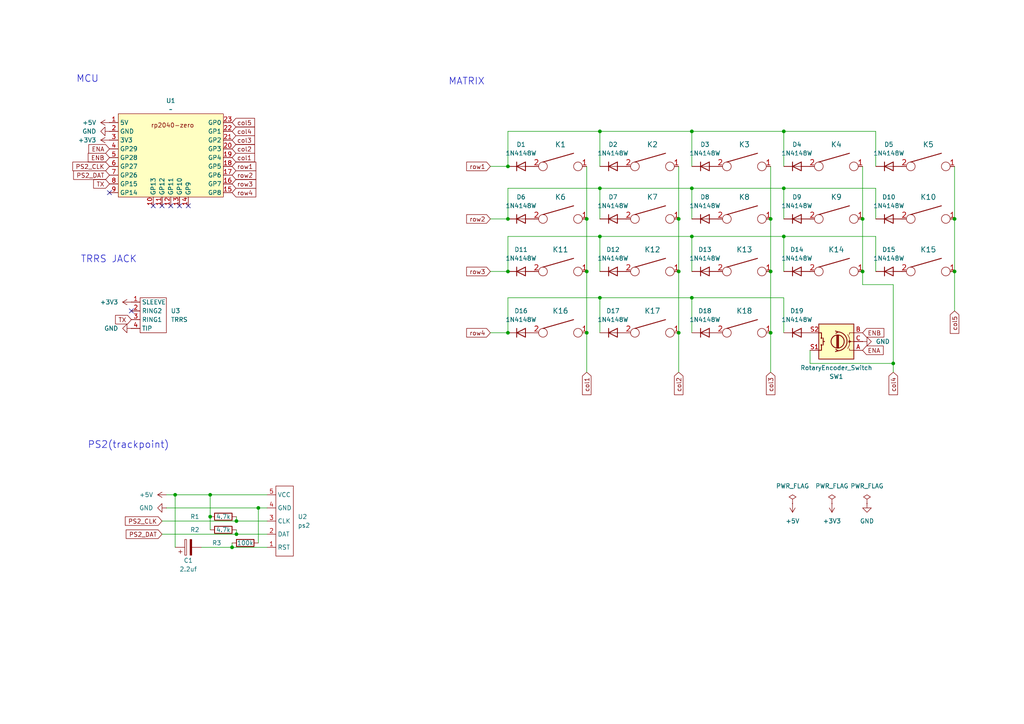
<source format=kicad_sch>
(kicad_sch (version 20231120) (generator "eeschema") (generator_version "8.0")
  (paper "A4")
  (lib_symbols
    (symbol "+3V3_1" (power) (pin_numbers hide) (pin_names (offset 0) hide)
      (property "Value" "+3V3" (at 0 3.556 0))
      (symbol "+3V3_1_0_1"
        (polyline (pts (xy -0.762 1.27) (xy 0 2.54)))
        (polyline (pts (xy 0 0) (xy 0 2.54)))
        (polyline (pts (xy 0 2.54) (xy 0.762 1.27)))
      )
      (symbol "+3V3_1_1_1"
        (pin power_in line (at 0 0 90) (length 0) (name "~") (number "1"))
      )
    )
    (symbol "+5V_1" (power) (pin_numbers hide) (pin_names (offset 0) hide)
      (property "Value" "+5V" (at 0 3.556 0))
      (symbol "+5V_1_0_1"
        (polyline (pts (xy -0.762 1.27) (xy 0 2.54)))
        (polyline (pts (xy 0 0) (xy 0 2.54)))
        (polyline (pts (xy 0 2.54) (xy 0.762 1.27)))
      )
      (symbol "+5V_1_1_1"
        (pin power_in line (at 0 0 90) (length 0) (name "~") (number "1"))
      )
    )
    (symbol "Device:C_Polarized" (pin_numbers hide) (pin_names (offset 0.254))
      (property "Reference" "C" (at 0.635 2.54 0))
      (property "Value" "C_Polarized" (at 0.635 -2.54 0))
      (symbol "C_Polarized_0_1"
        (rectangle (start -2.286 0.508) (end 2.286 1.016))
        (polyline (pts (xy -1.778 2.286) (xy -0.762 2.286)))
        (polyline (pts (xy -1.27 2.794) (xy -1.27 1.778)))
        (rectangle (start 2.286 -0.508) (end -2.286 -1.016) (fill (type outline)))
      )
      (symbol "C_Polarized_1_1"
        (pin passive line (at 0 3.81 270) (length 2.794) (name "~") (number "1"))
        (pin passive line (at 0 -3.81 90) (length 2.794) (name "~") (number "2"))
      )
    )
    (symbol "Device:R" (pin_numbers hide) (pin_names (offset 0))
      (property "Reference" "R" (at 2.032 0 90))
      (property "Value" "R" (at 0 0 90))
      (symbol "R_0_1"
        (rectangle (start -1.016 -2.54) (end 1.016 2.54) (stroke (width 0.254)))
      )
      (symbol "R_1_1"
        (pin passive line (at 0 3.81 270) (length 1.27) (name "~") (number "1"))
        (pin passive line (at 0 -3.81 90) (length 1.27) (name "~") (number "2"))
      )
    )
    (symbol "Device:RotaryEncoder_Switch" (pin_names (offset 0.254) hide)
      (property "Reference" "SW" (at 0 6.604 0))
      (property "Value" "RotaryEncoder_Switch" (at 0 -6.604 0))
      (symbol "RotaryEncoder_Switch_0_1"
        (rectangle (start -5.08 5.08) (end 5.08 -5.08) (stroke (width 0.254)) (fill (type background)))
        (circle (center -3.81 0) (radius 0.254) (fill (type outline)))
        (circle (center -0.381 0) (radius 1.905) (stroke (width 0.254)))
        (arc (start -0.381 2.667) (mid -3.0988 -0.0635) (end -0.381 -2.794) (stroke (width 0.254)))
        (polyline (pts (xy -0.635 -1.778) (xy -0.635 1.778)) (stroke (width 0.254)))
        (polyline (pts (xy -0.381 -1.778) (xy -0.381 1.778)) (stroke (width 0.254)))
        (polyline (pts (xy -0.127 1.778) (xy -0.127 -1.778)) (stroke (width 0.254)))
        (polyline (pts (xy 3.81 0) (xy 3.429 0)) (stroke (width 0.254)))
        (polyline (pts (xy 3.81 1.016) (xy 3.81 -1.016)) (stroke (width 0.254)))
        (polyline (pts (xy -5.08 -2.54) (xy -3.81 -2.54) (xy -3.81 -2.032)))
        (polyline (pts (xy -5.08 2.54) (xy -3.81 2.54) (xy -3.81 2.032)))
        (polyline (pts (xy 0.254 -3.048) (xy -0.508 -2.794) (xy 0.127 -2.413)) (stroke (width 0.254)))
        (polyline (pts (xy 0.254 2.921) (xy -0.508 2.667) (xy 0.127 2.286)) (stroke (width 0.254)))
        (polyline (pts (xy 5.08 -2.54) (xy 4.318 -2.54) (xy 4.318 -1.016)) (stroke (width 0.254)))
        (polyline (pts (xy 5.08 2.54) (xy 4.318 2.54) (xy 4.318 1.016)) (stroke (width 0.254)))
        (polyline (pts (xy -5.08 0) (xy -3.81 0) (xy -3.81 -1.016) (xy -3.302 -2.032)))
        (polyline (pts (xy -4.318 0) (xy -3.81 0) (xy -3.81 1.016) (xy -3.302 2.032)))
        (circle (center 4.318 -1.016) (radius 0.127) (stroke (width 0.254)))
        (circle (center 4.318 1.016) (radius 0.127) (stroke (width 0.254)))
      )
      (symbol "RotaryEncoder_Switch_1_1"
        (pin passive line (at -7.62 2.54 0) (length 2.54) (name "A") (number "A"))
        (pin passive line (at -7.62 -2.54 0) (length 2.54) (name "B") (number "B"))
        (pin passive line (at -7.62 0 0) (length 2.54) (name "C") (number "C"))
        (pin passive line (at 7.62 2.54 180) (length 2.54) (name "S1") (number "S1"))
        (pin passive line (at 7.62 -2.54 180) (length 2.54) (name "S2") (number "S2"))
      )
    )
    (symbol "Diode:1N4148W" (pin_numbers hide) (pin_names hide)
      (property "Reference" "D" (at 0 2.54 0))
      (property "Value" "1N4148W" (at 0 -2.54 0))
      (symbol "1N4148W_0_1"
        (polyline (pts (xy -1.27 1.27) (xy -1.27 -1.27)) (stroke (width 0.254)))
        (polyline (pts (xy 1.27 0) (xy -1.27 0)))
        (polyline (pts (xy 1.27 1.27) (xy 1.27 -1.27) (xy -1.27 0) (xy 1.27 1.27)) (stroke (width 0.254)))
      )
      (symbol "1N4148W_1_1"
        (pin passive line (at -3.81 0 0) (length 2.54) (name "K") (number "1"))
        (pin passive line (at 3.81 0 180) (length 2.54) (name "A") (number "2"))
      )
    )
    (symbol "GND_1" (power) (pin_numbers hide) (pin_names (offset 0) hide)
      (property "Value" "GND" (at 0 -3.81 0))
      (symbol "GND_1_0_1"
        (polyline (pts (xy 0 0) (xy 0 -1.27) (xy 1.27 -1.27) (xy 0 -2.54) (xy -1.27 -1.27) (xy 0 -1.27)))
      )
      (symbol "GND_1_1_1"
        (pin power_in line (at 0 0 270) (length 0) (name "~") (number "1"))
      )
    )
    (symbol "PWR_FLAG_2" (power) (pin_numbers hide) (pin_names (offset 0) hide)
      (property "Value" "PWR_FLAG" (at 0 3.81 0))
      (symbol "PWR_FLAG_2_0_0"
        (pin power_out line (at 0 0 90) (length 0) (name "~") (number "1"))
      )
      (symbol "PWR_FLAG_2_0_1"
        (polyline (pts (xy 0 0) (xy 0 1.27) (xy -1.016 1.905) (xy 0 2.54) (xy 1.016 1.905) (xy 0 1.27)))
      )
    )
    (symbol "TRRS_1"
      (property "Reference" "U" (at 0 6.35 0))
      (property "Value" "TRRS_1" (at 0 8.89 0))
      (symbol "TRRS_1_0_1"
        (rectangle (start -3.81 5.08) (end 3.81 -5.08))
      )
      (symbol "TRRS_1_1_1"
        (pin passive line (at -6.35 3.81 0) (length 2.54) (name "SLEEVE") (number "1"))
        (pin passive line (at -6.35 1.27 0) (length 2.54) (name "RING2") (number "2"))
        (pin passive line (at -6.35 -1.27 0) (length 2.54) (name "RING1") (number "3"))
        (pin passive line (at -6.35 -3.81 0) (length 2.54) (name "TIP") (number "4"))
      )
    )
    (symbol "kwkb:KEYSW" (pin_names (offset 1.016))
      (property "Reference" "K?" (at -1.27 0 0))
      (symbol "KEYSW_0_1"
        (circle (center -5.08 0) (radius 1.27))
        (polyline (pts (xy -5.08 1.27) (xy 3.81 3.81)) (stroke (width 0.254)))
        (circle (center 5.08 0) (radius 1.27))
      )
      (symbol "KEYSW_1_1"
        (pin passive line (at 7.62 0 180) (length 1.27) (name "~") (number "1"))
        (pin passive line (at -7.62 0 0) (length 1.27) (name "~") (number "2"))
      )
    )
    (symbol "kwkb:rp2040-zero"
      (property "Reference" "U" (at -11.684 30.988 0))
      (symbol "rp2040-zero_0_1"
        (rectangle (start -15.24 29.21) (end 15.24 5.08) (fill (type background)))
      )
      (symbol "rp2040-zero_1_0"
        (text "rp2040-zero" (at 0.508 25.908 0) (effects (font (size 1.27 1.27))))
      )
      (symbol "rp2040-zero_1_1"
        (pin power_in line (at -17.78 26.67 0) (length 2.54) (name "5V") (number "1"))
        (pin bidirectional line (at -5.08 2.54 90) (length 2.54) (name "GP13") (number "10"))
        (pin bidirectional line (at -2.54 2.54 90) (length 2.54) (name "GP12") (number "11"))
        (pin bidirectional line (at 0 2.54 90) (length 2.54) (name "GP11") (number "12"))
        (pin bidirectional line (at 2.54 2.54 90) (length 2.54) (name "GP10") (number "13"))
        (pin bidirectional line (at 5.08 2.54 90) (length 2.54) (name "GP9") (number "14"))
        (pin bidirectional line (at 17.78 6.35 180) (length 2.54) (name "GP8") (number "15"))
        (pin bidirectional line (at 17.78 8.89 180) (length 2.54) (name "GP7") (number "16"))
        (pin bidirectional line (at 17.78 11.43 180) (length 2.54) (name "GP6") (number "17"))
        (pin bidirectional line (at 17.78 13.97 180) (length 2.54) (name "GP5") (number "18"))
        (pin bidirectional line (at 17.78 16.51 180) (length 2.54) (name "GP4") (number "19"))
        (pin power_in line (at -17.78 24.13 0) (length 2.54) (name "GND") (number "2"))
        (pin bidirectional line (at 17.78 19.05 180) (length 2.54) (name "GP3") (number "20"))
        (pin bidirectional line (at 17.78 21.59 180) (length 2.54) (name "GP2") (number "21"))
        (pin bidirectional line (at 17.78 24.13 180) (length 2.54) (name "GP1") (number "22"))
        (pin bidirectional line (at 17.78 26.67 180) (length 2.54) (name "GP0") (number "23"))
        (pin power_in line (at -17.78 21.59 0) (length 2.54) (name "3V3") (number "3"))
        (pin bidirectional line (at -17.78 19.05 0) (length 2.54) (name "GP29") (number "4"))
        (pin bidirectional line (at -17.78 16.51 0) (length 2.54) (name "GP28") (number "5"))
        (pin bidirectional line (at -17.78 13.97 0) (length 2.54) (name "GP27") (number "6"))
        (pin bidirectional line (at -17.78 11.43 0) (length 2.54) (name "GP26") (number "7"))
        (pin bidirectional line (at -17.78 8.89 0) (length 2.54) (name "GP15") (number "8"))
        (pin bidirectional line (at -17.78 6.35 0) (length 2.54) (name "GP14") (number "9"))
      )
    )
    (symbol "kwkb:trackpoint_2"
      (property "Reference" "U2" (at 8.89 -8.8899 0))
      (property "Value" "ps2" (at 8.89 -11.4299 0))
      (symbol "trackpoint_2_0_1"
        (rectangle (start 2.54 0) (end 7.62 -20.32))
      )
      (symbol "trackpoint_2_1_1"
        (pin passive line (at 0 -17.78 0) (length 2.54) (name "RST") (number "1"))
        (pin passive line (at 0 -13.97 0) (length 2.54) (name "DAT") (number "2"))
        (pin passive line (at 0 -10.16 0) (length 2.54) (name "CLK") (number "3"))
        (pin passive line (at 0 -6.35 0) (length 2.54) (name "GND") (number "4"))
        (pin passive line (at 0 -2.54 0) (length 2.54) (name "VCC") (number "5"))
      )
    )
  )
  (junction (at 259.08 105.41))
  (junction (at 173.99 86.36))
  (junction (at 147.32 63.5))
  (junction (at 170.18 63.5))
  (junction (at 200.66 54.61))
  (junction (at 74.93 147.32))
  (junction (at 250.19 63.5))
  (junction (at 173.99 54.61))
  (junction (at 60.96 149.86))
  (junction (at 170.18 96.52))
  (junction (at 67.31 158.75))
  (junction (at 200.66 68.58))
  (junction (at 68.58 151.13))
  (junction (at 200.66 38.1))
  (junction (at 173.99 38.1))
  (junction (at 147.32 78.74))
  (junction (at 196.85 96.52))
  (junction (at 227.33 68.58))
  (junction (at 276.86 78.74))
  (junction (at 223.52 78.74))
  (junction (at 170.18 78.74))
  (junction (at 276.86 63.5))
  (junction (at 223.52 63.5))
  (junction (at 250.19 78.74))
  (junction (at 223.52 96.52))
  (junction (at 227.33 54.61))
  (junction (at 68.58 154.94))
  (junction (at 50.8 143.51))
  (junction (at 60.96 143.51))
  (junction (at 173.99 68.58))
  (junction (at 196.85 78.74))
  (junction (at 147.32 96.52))
  (junction (at 200.66 86.36))
  (junction (at 227.33 38.1))
  (junction (at 147.32 48.26))
  (junction (at 196.85 63.5))
  (no_connect (at 44.45 59.69))
  (no_connect (at 31.75 55.88))
  (no_connect (at 49.53 59.69))
  (no_connect (at 38.1 90.17))
  (no_connect (at 54.61 59.69))
  (no_connect (at 46.99 59.69))
  (no_connect (at 52.07 59.69))
  (wire (pts (xy 60.96 143.51) (xy 77.47 143.51)))
  (wire (pts (xy 259.08 105.41) (xy 259.08 107.95)))
  (wire (pts (xy 67.31 158.75) (xy 77.47 158.75)))
  (wire (pts (xy 200.66 68.58) (xy 173.99 68.58)))
  (wire (pts (xy 173.99 68.58) (xy 173.99 78.74)))
  (wire (pts (xy 74.93 147.32) (xy 74.93 157.48)))
  (wire (pts (xy 200.66 54.61) (xy 200.66 63.5)))
  (wire (pts (xy 60.96 143.51) (xy 60.96 149.86)))
  (wire (pts (xy 142.24 63.5) (xy 147.32 63.5)))
  (wire (pts (xy 227.33 54.61) (xy 254 54.61)))
  (wire (pts (xy 227.33 54.61) (xy 227.33 63.5)))
  (wire (pts (xy 173.99 38.1) (xy 200.66 38.1)))
  (wire (pts (xy 142.24 96.52) (xy 147.32 96.52)))
  (wire (pts (xy 60.96 149.86) (xy 60.96 153.67)))
  (wire (pts (xy 200.66 48.26) (xy 200.66 38.1)))
  (wire (pts (xy 259.08 82.55) (xy 250.19 82.55)))
  (wire (pts (xy 227.33 68.58) (xy 200.66 68.58)))
  (wire (pts (xy 173.99 38.1) (xy 173.99 48.26)))
  (wire (pts (xy 173.99 54.61) (xy 173.99 63.5)))
  (wire (pts (xy 173.99 86.36) (xy 200.66 86.36)))
  (wire (pts (xy 46.99 154.94) (xy 68.58 154.94)))
  (wire (pts (xy 254 54.61) (xy 254 63.5)))
  (wire (pts (xy 200.66 38.1) (xy 227.33 38.1)))
  (wire (pts (xy 223.52 63.5) (xy 223.52 78.74)))
  (wire (pts (xy 234.95 101.6) (xy 234.95 105.41)))
  (wire (pts (xy 68.58 151.13) (xy 77.47 151.13)))
  (wire (pts (xy 276.86 48.26) (xy 276.86 63.5)))
  (wire (pts (xy 227.33 38.1) (xy 254 38.1)))
  (wire (pts (xy 250.19 63.5) (xy 250.19 78.74)))
  (wire (pts (xy 68.58 149.86) (xy 68.58 151.13)))
  (wire (pts (xy 223.52 107.95) (xy 223.52 96.52)))
  (wire (pts (xy 196.85 96.52) (xy 196.85 107.95)))
  (wire (pts (xy 48.26 147.32) (xy 74.93 147.32)))
  (wire (pts (xy 196.85 78.74) (xy 196.85 96.52)))
  (wire (pts (xy 234.95 105.41) (xy 259.08 105.41)))
  (wire (pts (xy 196.85 48.26) (xy 196.85 63.5)))
  (wire (pts (xy 170.18 48.26) (xy 170.18 63.5)))
  (wire (pts (xy 227.33 38.1) (xy 227.33 48.26)))
  (wire (pts (xy 227.33 86.36) (xy 227.33 96.52)))
  (wire (pts (xy 147.32 38.1) (xy 173.99 38.1)))
  (wire (pts (xy 200.66 54.61) (xy 227.33 54.61)))
  (wire (pts (xy 259.08 82.55) (xy 259.08 105.41)))
  (wire (pts (xy 147.32 86.36) (xy 173.99 86.36)))
  (wire (pts (xy 147.32 48.26) (xy 147.32 38.1)))
  (wire (pts (xy 50.8 143.51) (xy 60.96 143.51)))
  (wire (pts (xy 142.24 78.74) (xy 147.32 78.74)))
  (wire (pts (xy 200.66 68.58) (xy 200.66 78.74)))
  (wire (pts (xy 250.19 82.55) (xy 250.19 78.74)))
  (wire (pts (xy 170.18 96.52) (xy 170.18 107.95)))
  (wire (pts (xy 142.24 48.26) (xy 147.32 48.26)))
  (wire (pts (xy 254 38.1) (xy 254 48.26)))
  (wire (pts (xy 276.86 63.5) (xy 276.86 78.74)))
  (wire (pts (xy 223.52 78.74) (xy 223.52 96.52)))
  (wire (pts (xy 276.86 90.17) (xy 276.86 78.74)))
  (wire (pts (xy 173.99 68.58) (xy 147.32 68.58)))
  (wire (pts (xy 200.66 86.36) (xy 227.33 86.36)))
  (wire (pts (xy 68.58 154.94) (xy 77.47 154.94)))
  (wire (pts (xy 170.18 78.74) (xy 170.18 96.52)))
  (wire (pts (xy 250.19 48.26) (xy 250.19 63.5)))
  (wire (pts (xy 67.31 157.48) (xy 67.31 158.75)))
  (wire (pts (xy 147.32 54.61) (xy 173.99 54.61)))
  (wire (pts (xy 147.32 68.58) (xy 147.32 78.74)))
  (wire (pts (xy 50.8 143.51) (xy 50.8 158.75)))
  (wire (pts (xy 196.85 63.5) (xy 196.85 78.74)))
  (wire (pts (xy 170.18 63.5) (xy 170.18 78.74)))
  (wire (pts (xy 48.26 143.51) (xy 50.8 143.51)))
  (wire (pts (xy 74.93 147.32) (xy 77.47 147.32)))
  (wire (pts (xy 147.32 63.5) (xy 147.32 54.61)))
  (wire (pts (xy 46.99 151.13) (xy 68.58 151.13)))
  (wire (pts (xy 200.66 86.36) (xy 200.66 96.52)))
  (wire (pts (xy 173.99 54.61) (xy 200.66 54.61)))
  (wire (pts (xy 254 68.58) (xy 227.33 68.58)))
  (wire (pts (xy 147.32 96.52) (xy 147.32 86.36)))
  (wire (pts (xy 254 78.74) (xy 254 68.58)))
  (wire (pts (xy 58.42 158.75) (xy 67.31 158.75)))
  (wire (pts (xy 223.52 48.26) (xy 223.52 63.5)))
  (wire (pts (xy 68.58 153.67) (xy 68.58 154.94)))
  (wire (pts (xy 227.33 68.58) (xy 227.33 78.74)))
  (wire (pts (xy 173.99 86.36) (xy 173.99 96.52)))
  (text "MATRIX\n" (at 130.048 24.892 0) (effects (font (size 2 2)) (justify left bottom)))
  (text "MCU" (at 22.098 24.13 0) (effects (font (size 2 2)) (justify left bottom)))
  (text "TRRS JACK" (at 23.368 76.454 0) (effects (font (size 2 2)) (justify left bottom)))
  (text "PS2(trackpoint)" (at 25.4 130.302 0) (effects (font (size 2 2)) (justify left bottom)))
  (global_label "TX" (shape input) (at 38.1 92.71 180) (property "Intersheetrefs" "${INTERSHEET_REFS}" (effects (hide yes))))
  (global_label "col3" (shape input) (at 223.52 107.95 270) (property "Intersheetrefs" "${INTERSHEET_REFS}" (effects (hide yes))))
  (global_label "ENA" (shape input) (at 31.75 43.18 180) (property "Intersheetrefs" "${INTERSHEET_REFS}" (effects (hide yes))))
  (global_label "col5" (shape input) (at 67.31 35.56 0) (property "Intersheetrefs" "${INTERSHEET_REFS}" (effects (hide yes))))
  (global_label "col1" (shape input) (at 67.31 45.72 0) (property "Intersheetrefs" "${INTERSHEET_REFS}" (effects (hide yes))))
  (global_label "col2" (shape input) (at 196.85 107.95 270) (property "Intersheetrefs" "${INTERSHEET_REFS}" (effects (hide yes))))
  (global_label "row2" (shape input) (at 142.24 63.5 180) (property "Intersheetrefs" "${INTERSHEET_REFS}" (effects (hide yes))))
  (global_label "PS2_CLK" (shape input) (at 31.75 48.26 180) (property "Intersheetrefs" "${INTERSHEET_REFS}" (effects (hide yes))))
  (global_label "row1" (shape input) (at 142.24 48.26 180) (property "Intersheetrefs" "${INTERSHEET_REFS}" (effects (hide yes))))
  (global_label "col3" (shape input) (at 67.31 40.64 0) (property "Intersheetrefs" "${INTERSHEET_REFS}" (effects (hide yes))))
  (global_label "col1" (shape input) (at 170.18 107.95 270) (property "Intersheetrefs" "${INTERSHEET_REFS}" (effects (hide yes))))
  (global_label "row4" (shape input) (at 142.24 96.52 180) (property "Intersheetrefs" "${INTERSHEET_REFS}" (effects (hide yes))))
  (global_label "PS2_DAT" (shape input) (at 31.75 50.8 180) (property "Intersheetrefs" "${INTERSHEET_REFS}" (effects (hide yes))))
  (global_label "row2" (shape input) (at 67.31 50.8 0) (property "Intersheetrefs" "${INTERSHEET_REFS}" (effects (hide yes))))
  (global_label "ENB" (shape input) (at 250.19 96.52 0) (property "Intersheetrefs" "${INTERSHEET_REFS}" (effects (hide yes))))
  (global_label "col4" (shape input) (at 259.08 107.95 270) (property "Intersheetrefs" "${INTERSHEET_REFS}" (effects (hide yes))))
  (global_label "PS2_DAT" (shape input) (at 46.99 154.94 180) (property "Intersheetrefs" "${INTERSHEET_REFS}" (effects (hide yes))))
  (global_label "col2" (shape input) (at 67.31 43.18 0) (property "Intersheetrefs" "${INTERSHEET_REFS}" (effects (hide yes))))
  (global_label "row3" (shape input) (at 67.31 53.34 0) (property "Intersheetrefs" "${INTERSHEET_REFS}" (effects (hide yes))))
  (global_label "col5" (shape input) (at 276.86 90.17 270) (property "Intersheetrefs" "${INTERSHEET_REFS}" (effects (hide yes))))
  (global_label "row1" (shape input) (at 67.31 48.26 0) (property "Intersheetrefs" "${INTERSHEET_REFS}" (effects (hide yes))))
  (global_label "TX" (shape input) (at 31.75 53.34 180) (property "Intersheetrefs" "${INTERSHEET_REFS}" (effects (hide yes))))
  (global_label "ENB" (shape input) (at 31.75 45.72 180) (property "Intersheetrefs" "${INTERSHEET_REFS}" (effects (hide yes))))
  (global_label "row4" (shape input) (at 67.31 55.88 0) (property "Intersheetrefs" "${INTERSHEET_REFS}" (effects (hide yes))))
  (global_label "PS2_CLK" (shape input) (at 46.99 151.13 180) (property "Intersheetrefs" "${INTERSHEET_REFS}" (effects (hide yes))))
  (global_label "ENA" (shape input) (at 250.19 101.6 0) (property "Intersheetrefs" "${INTERSHEET_REFS}" (effects (hide yes))))
  (global_label "col4" (shape input) (at 67.31 38.1 0) (property "Intersheetrefs" "${INTERSHEET_REFS}" (effects (hide yes))))
  (global_label "row3" (shape input) (at 142.24 78.74 180) (property "Intersheetrefs" "${INTERSHEET_REFS}" (effects (hide yes))))
  (symbol (lib_name "PWR_FLAG_2") (lib_id "power:PWR_FLAG") (at 241.3 146.05 0) (unit 1)
    (property "Reference" "#FLG02" (effects (hide yes)))
    (property "Value" "PWR_FLAG" (at 241.3 140.97 0))
    (property "Description" "Special symbol for telling ERC where power comes from" (effects (hide yes)))
  )
  (symbol (lib_id "kwkb:trackpoint_2") (at 77.47 140.97 0) (unit 1)
    (property "Reference" "U2" (at 86.36 149.8599 0) (effects (justify left)))
    (property "Value" "ps2" (at 86.36 152.3999 0) (effects (justify left)))
    (property "Footprint" "Connector_JST:JST_GH_BM05B-GHS-TBT_1x05-1MP_P1.25mm_Vertical" (effects (hide yes)))
  )
  (symbol (lib_id "kwkb:KEYSW") (at 242.57 78.74 0) (unit 1)
    (property "Reference" "K14" (at 242.57 72.39 0) (effects (font (size 1.524 1.524))))
    (property "Value" "KEYSW" (effects (hide yes)))
    (property "Footprint" "kwkb-footprint:Gateron KS-27 Hotswap Reversible" (effects (hide yes)))
  )
  (symbol (lib_id "Device:R") (at 71.12 157.48 90) (unit 1)
    (property "Reference" "R3" (at 62.865 157.48 90))
    (property "Value" "100k" (at 71.12 157.48 90))
    (property "Footprint" "Resistor_SMD:R_1206_3216Metric_Pad1.30x1.75mm_HandSolder" (effects (hide yes)))
  )
  (symbol (lib_name "GND_1") (lib_id "power:GND") (at 251.46 146.05 0) (unit 1)
    (property "Reference" "#PWR06" (effects (hide yes)))
    (property "Value" "GND" (at 251.46 151.13 0))
    (property "Description" "Power symbol creates a global label with name \"GND\" , ground" (effects (hide yes)))
  )
  (symbol (lib_id "kwkb:KEYSW") (at 162.56 63.5 0) (unit 1)
    (property "Reference" "K6" (at 162.56 57.15 0) (effects (font (size 1.524 1.524))))
    (property "Value" "KEYSW" (effects (hide yes)))
    (property "Footprint" "kwkb-footprint:Gateron KS-27 Hotswap Reversible" (effects (hide yes)))
  )
  (symbol (lib_id "kwkb:KEYSW") (at 189.23 78.74 0) (unit 1)
    (property "Reference" "K12" (at 189.23 72.39 0) (effects (font (size 1.524 1.524))))
    (property "Value" "KEYSW" (effects (hide yes)))
    (property "Footprint" "kwkb-footprint:Gateron KS-27 Hotswap Reversible" (effects (hide yes)))
  )
  (symbol (lib_id "Diode:1N4148W") (at 177.8 78.74 0) (unit 1)
    (property "Reference" "D12" (at 177.8 72.39 0))
    (property "Value" "1N4148W" (at 177.8 74.93 0))
    (property "Footprint" "kwkb-footprint:D_SOD-123 Reversible" (effects (hide yes)))
    (property "Datasheet" "https://www.vishay.com/docs/85748/1n4148w.pdf" (effects (hide yes)))
    (property "Description" "75V 0.15A Fast Switching Diode, SOD-123" (effects (hide yes)))
    (property "Sim.Device" "D" (effects (hide yes)))
    (property "Sim.Pins" "1=K 2=A" (effects (hide yes)))
  )
  (symbol (lib_id "Device:RotaryEncoder_Switch") (at 242.57 99.06 180) (unit 1)
    (property "Reference" "SW1" (at 242.57 109.22 0))
    (property "Value" "RotaryEncoder_Switch" (at 242.57 106.68 0))
    (property "Footprint" "kwkb-footprint:E8H8 Rotary Encoder Reversible" (effects (hide yes)))
  )
  (symbol (lib_name "+5V_1") (lib_id "power:+5V") (at 48.26 143.51 90) (unit 1)
    (property "Reference" "#PWR07" (effects (hide yes)))
    (property "Value" "+5V" (at 44.45 143.5099 90) (effects (justify left)))
    (property "Description" "Power symbol creates a global label with name \"+5V\"" (effects (hide yes)))
  )
  (symbol (lib_name "+3V3_1") (lib_id "power:+3V3") (at 241.3 146.05 180) (unit 1)
    (property "Reference" "#PWR05" (effects (hide yes)))
    (property "Value" "+3V3" (at 241.3 151.13 0))
    (property "Description" "Power symbol creates a global label with name \"+3V3\"" (effects (hide yes)))
  )
  (symbol (lib_id "kwkb:KEYSW") (at 215.9 78.74 0) (unit 1)
    (property "Reference" "K13" (at 215.9 72.39 0) (effects (font (size 1.524 1.524))))
    (property "Value" "KEYSW" (effects (hide yes)))
    (property "Footprint" "kwkb-footprint:Gateron KS-27 Hotswap Reversible" (effects (hide yes)))
  )
  (symbol (lib_id "Diode:1N4148W") (at 177.8 48.26 0) (unit 1)
    (property "Reference" "D2" (at 177.8 41.91 0))
    (property "Value" "1N4148W" (at 177.8 44.45 0))
    (property "Footprint" "kwkb-footprint:D_SOD-123 Reversible" (effects (hide yes)))
    (property "Datasheet" "https://www.vishay.com/docs/85748/1n4148w.pdf" (effects (hide yes)))
    (property "Description" "75V 0.15A Fast Switching Diode, SOD-123" (effects (hide yes)))
    (property "Sim.Device" "D" (effects (hide yes)))
    (property "Sim.Pins" "1=K 2=A" (effects (hide yes)))
  )
  (symbol (lib_id "Diode:1N4148W") (at 231.14 78.74 0) (unit 1)
    (property "Reference" "D14" (at 231.14 72.39 0))
    (property "Value" "1N4148W" (at 231.14 74.93 0))
    (property "Footprint" "kwkb-footprint:D_SOD-123 Reversible" (effects (hide yes)))
    (property "Datasheet" "https://www.vishay.com/docs/85748/1n4148w.pdf" (effects (hide yes)))
    (property "Description" "75V 0.15A Fast Switching Diode, SOD-123" (effects (hide yes)))
    (property "Sim.Device" "D" (effects (hide yes)))
    (property "Sim.Pins" "1=K 2=A" (effects (hide yes)))
  )
  (symbol (lib_name "+3V3_1") (lib_id "power:+3V3") (at 31.75 40.64 90) (unit 1)
    (property "Reference" "#PWR010" (effects (hide yes)))
    (property "Value" "+3V3" (at 27.94 40.6399 90) (effects (justify left)))
    (property "Description" "Power symbol creates a global label with name \"+3V3\"" (effects (hide yes)))
  )
  (symbol (lib_id "Diode:1N4148W") (at 231.14 48.26 0) (unit 1)
    (property "Reference" "D4" (at 231.14 41.91 0))
    (property "Value" "1N4148W" (at 231.14 44.45 0))
    (property "Footprint" "kwkb-footprint:D_SOD-123 Reversible" (effects (hide yes)))
    (property "Datasheet" "https://www.vishay.com/docs/85748/1n4148w.pdf" (effects (hide yes)))
    (property "Description" "75V 0.15A Fast Switching Diode, SOD-123" (effects (hide yes)))
    (property "Sim.Device" "D" (effects (hide yes)))
    (property "Sim.Pins" "1=K 2=A" (effects (hide yes)))
  )
  (symbol (lib_id "Diode:1N4148W") (at 231.14 96.52 0) (unit 1)
    (property "Reference" "D19" (at 231.14 90.17 0))
    (property "Value" "1N4148W" (at 231.14 92.71 0))
    (property "Footprint" "kwkb-footprint:D_SOD-123 Reversible" (effects (hide yes)))
    (property "Datasheet" "https://www.vishay.com/docs/85748/1n4148w.pdf" (effects (hide yes)))
    (property "Description" "75V 0.15A Fast Switching Diode, SOD-123" (effects (hide yes)))
    (property "Sim.Device" "D" (effects (hide yes)))
    (property "Sim.Pins" "1=K 2=A" (effects (hide yes)))
  )
  (symbol (lib_id "Device:C_Polarized") (at 54.61 158.75 90) (unit 1)
    (property "Reference" "C1" (at 54.61 162.56 90))
    (property "Value" "2.2uf" (at 54.61 165.1 90))
    (property "Footprint" "Capacitor_SMD:C_1206_3216Metric_Pad1.33x1.80mm_HandSolder" (effects (hide yes)))
  )
  (symbol (lib_id "kwkb:KEYSW") (at 162.56 96.52 0) (unit 1)
    (property "Reference" "K16" (at 162.56 90.17 0) (effects (font (size 1.524 1.524))))
    (property "Value" "KEYSW" (effects (hide yes)))
    (property "Footprint" "kwkb-footprint:Gateron KS-27 Hotswap Reversible" (effects (hide yes)))
  )
  (symbol (lib_id "kwkb:KEYSW") (at 162.56 78.74 0) (unit 1)
    (property "Reference" "K11" (at 162.56 72.39 0) (effects (font (size 1.524 1.524))))
    (property "Value" "KEYSW" (effects (hide yes)))
    (property "Footprint" "kwkb-footprint:Gateron KS-27 Hotswap Reversible" (effects (hide yes)))
  )
  (symbol (lib_id "Device:R") (at 64.77 153.67 90) (unit 1)
    (property "Reference" "R2" (at 56.515 153.67 90))
    (property "Value" "4.7k" (at 64.77 153.67 90))
    (property "Footprint" "Resistor_SMD:R_1206_3216Metric_Pad1.30x1.75mm_HandSolder" (effects (hide yes)))
  )
  (symbol (lib_id "Diode:1N4148W") (at 151.13 78.74 0) (unit 1)
    (property "Reference" "D11" (at 151.13 72.39 0))
    (property "Value" "1N4148W" (at 151.13 74.93 0))
    (property "Footprint" "kwkb-footprint:D_SOD-123 Reversible" (effects (hide yes)))
    (property "Datasheet" "https://www.vishay.com/docs/85748/1n4148w.pdf" (effects (hide yes)))
    (property "Description" "75V 0.15A Fast Switching Diode, SOD-123" (effects (hide yes)))
    (property "Sim.Device" "D" (effects (hide yes)))
    (property "Sim.Pins" "1=K 2=A" (effects (hide yes)))
  )
  (symbol (lib_id "kwkb:KEYSW") (at 269.24 78.74 0) (unit 1)
    (property "Reference" "K15" (at 269.24 72.39 0) (effects (font (size 1.524 1.524))))
    (property "Value" "KEYSW" (effects (hide yes)))
    (property "Footprint" "kwkb-footprint:Gateron KS-27 Hotswap Reversible" (effects (hide yes)))
  )
  (symbol (lib_id "Diode:1N4148W") (at 177.8 96.52 0) (unit 1)
    (property "Reference" "D17" (at 177.8 90.17 0))
    (property "Value" "1N4148W" (at 177.8 92.71 0))
    (property "Footprint" "kwkb-footprint:D_SOD-123 Reversible" (effects (hide yes)))
    (property "Datasheet" "https://www.vishay.com/docs/85748/1n4148w.pdf" (effects (hide yes)))
    (property "Description" "75V 0.15A Fast Switching Diode, SOD-123" (effects (hide yes)))
    (property "Sim.Device" "D" (effects (hide yes)))
    (property "Sim.Pins" "1=K 2=A" (effects (hide yes)))
  )
  (symbol (lib_name "PWR_FLAG_2") (lib_id "power:PWR_FLAG") (at 229.87 146.05 0) (unit 1)
    (property "Reference" "#FLG01" (effects (hide yes)))
    (property "Value" "PWR_FLAG" (at 229.87 140.97 0))
    (property "Description" "Special symbol for telling ERC where power comes from" (effects (hide yes)))
  )
  (symbol (lib_id "kwkb:KEYSW") (at 189.23 48.26 0) (unit 1)
    (property "Reference" "K2" (at 189.23 41.91 0) (effects (font (size 1.524 1.524))))
    (property "Value" "KEYSW" (effects (hide yes)))
    (property "Footprint" "kwkb-footprint:Gateron KS-27 Hotswap Reversible" (effects (hide yes)))
  )
  (symbol (lib_name "TRRS_1") (lib_id "kwkb:TRRS") (at 44.45 91.44 0) (unit 1)
    (property "Reference" "U3" (at 49.53 90.1699 0) (effects (justify left)))
    (property "Value" "TRRS" (at 49.53 92.7099 0) (effects (justify left)))
    (property "Footprint" "kwkb-footprint:TRRS-PJ-320D Reversible" (effects (hide yes)))
  )
  (symbol (lib_id "Device:R") (at 64.77 149.86 90) (unit 1)
    (property "Reference" "R1" (at 56.515 149.86 90))
    (property "Value" "4.7k" (at 64.77 149.86 90))
    (property "Footprint" "Resistor_SMD:R_1206_3216Metric_Pad1.30x1.75mm_HandSolder" (effects (hide yes)))
  )
  (symbol (lib_id "Diode:1N4148W") (at 177.8 63.5 0) (unit 1)
    (property "Reference" "D7" (at 177.8 57.15 0))
    (property "Value" "1N4148W" (at 177.8 59.69 0))
    (property "Footprint" "kwkb-footprint:D_SOD-123 Reversible" (effects (hide yes)))
    (property "Datasheet" "https://www.vishay.com/docs/85748/1n4148w.pdf" (effects (hide yes)))
    (property "Description" "75V 0.15A Fast Switching Diode, SOD-123" (effects (hide yes)))
    (property "Sim.Device" "D" (effects (hide yes)))
    (property "Sim.Pins" "1=K 2=A" (effects (hide yes)))
  )
  (symbol (lib_id "Diode:1N4148W") (at 257.81 48.26 0) (unit 1)
    (property "Reference" "D5" (at 257.81 41.91 0))
    (property "Value" "1N4148W" (at 257.81 44.45 0))
    (property "Footprint" "kwkb-footprint:D_SOD-123 Reversible" (effects (hide yes)))
    (property "Datasheet" "https://www.vishay.com/docs/85748/1n4148w.pdf" (effects (hide yes)))
    (property "Description" "75V 0.15A Fast Switching Diode, SOD-123" (effects (hide yes)))
    (property "Sim.Device" "D" (effects (hide yes)))
    (property "Sim.Pins" "1=K 2=A" (effects (hide yes)))
  )
  (symbol (lib_id "kwkb:KEYSW") (at 242.57 48.26 0) (unit 1)
    (property "Reference" "K4" (at 242.57 41.91 0) (effects (font (size 1.524 1.524))))
    (property "Value" "KEYSW" (effects (hide yes)))
    (property "Footprint" "kwkb-footprint:Gateron KS-27 Hotswap Reversible" (effects (hide yes)))
  )
  (symbol (lib_id "Diode:1N4148W") (at 257.81 63.5 0) (unit 1)
    (property "Reference" "D10" (at 257.81 57.15 0))
    (property "Value" "1N4148W" (at 257.81 59.69 0))
    (property "Footprint" "kwkb-footprint:D_SOD-123 Reversible" (effects (hide yes)))
    (property "Datasheet" "https://www.vishay.com/docs/85748/1n4148w.pdf" (effects (hide yes)))
    (property "Description" "75V 0.15A Fast Switching Diode, SOD-123" (effects (hide yes)))
    (property "Sim.Device" "D" (effects (hide yes)))
    (property "Sim.Pins" "1=K 2=A" (effects (hide yes)))
  )
  (symbol (lib_id "kwkb:KEYSW") (at 189.23 63.5 0) (unit 1)
    (property "Reference" "K7" (at 189.23 57.15 0) (effects (font (size 1.524 1.524))))
    (property "Value" "KEYSW" (effects (hide yes)))
    (property "Footprint" "kwkb-footprint:Gateron KS-27 Hotswap Reversible" (effects (hide yes)))
  )
  (symbol (lib_id "Diode:1N4148W") (at 204.47 63.5 0) (unit 1)
    (property "Reference" "D8" (at 204.47 57.15 0))
    (property "Value" "1N4148W" (at 204.47 59.69 0))
    (property "Footprint" "kwkb-footprint:D_SOD-123 Reversible" (effects (hide yes)))
    (property "Datasheet" "https://www.vishay.com/docs/85748/1n4148w.pdf" (effects (hide yes)))
    (property "Description" "75V 0.15A Fast Switching Diode, SOD-123" (effects (hide yes)))
    (property "Sim.Device" "D" (effects (hide yes)))
    (property "Sim.Pins" "1=K 2=A" (effects (hide yes)))
  )
  (symbol (lib_name "GND_1") (lib_id "power:GND") (at 31.75 38.1 270) (unit 1)
    (property "Reference" "#PWR013" (effects (hide yes)))
    (property "Value" "GND" (at 27.94 38.0999 90) (effects (justify right)))
    (property "Description" "Power symbol creates a global label with name \"GND\" , ground" (effects (hide yes)))
  )
  (symbol (lib_id "Diode:1N4148W") (at 257.81 78.74 0) (unit 1)
    (property "Reference" "D15" (at 257.81 72.39 0))
    (property "Value" "1N4148W" (at 257.81 74.93 0))
    (property "Footprint" "kwkb-footprint:D_SOD-123 Reversible" (effects (hide yes)))
    (property "Datasheet" "https://www.vishay.com/docs/85748/1n4148w.pdf" (effects (hide yes)))
    (property "Description" "75V 0.15A Fast Switching Diode, SOD-123" (effects (hide yes)))
    (property "Sim.Device" "D" (effects (hide yes)))
    (property "Sim.Pins" "1=K 2=A" (effects (hide yes)))
  )
  (symbol (lib_id "kwkb:KEYSW") (at 215.9 96.52 0) (unit 1)
    (property "Reference" "K18" (at 215.9 90.17 0) (effects (font (size 1.524 1.524))))
    (property "Value" "KEYSW" (effects (hide yes)))
    (property "Footprint" "kwkb-footprint:Gateron KS-27 Hotswap Reversible" (effects (hide yes)))
  )
  (symbol (lib_id "kwkb:KEYSW") (at 189.23 96.52 0) (unit 1)
    (property "Reference" "K17" (at 189.23 90.17 0) (effects (font (size 1.524 1.524))))
    (property "Value" "KEYSW" (effects (hide yes)))
    (property "Footprint" "kwkb-footprint:Gateron KS-27 Hotswap Reversible" (effects (hide yes)))
  )
  (symbol (lib_name "PWR_FLAG_2") (lib_id "power:PWR_FLAG") (at 251.46 146.05 0) (unit 1)
    (property "Reference" "#FLG03" (effects (hide yes)))
    (property "Value" "PWR_FLAG" (at 251.46 140.97 0))
    (property "Description" "Special symbol for telling ERC where power comes from" (effects (hide yes)))
  )
  (symbol (lib_id "Diode:1N4148W") (at 151.13 63.5 0) (unit 1)
    (property "Reference" "D6" (at 151.13 57.15 0))
    (property "Value" "1N4148W" (at 151.13 59.69 0))
    (property "Footprint" "kwkb-footprint:D_SOD-123 Reversible" (effects (hide yes)))
    (property "Datasheet" "https://www.vishay.com/docs/85748/1n4148w.pdf" (effects (hide yes)))
    (property "Description" "75V 0.15A Fast Switching Diode, SOD-123" (effects (hide yes)))
    (property "Sim.Device" "D" (effects (hide yes)))
    (property "Sim.Pins" "1=K 2=A" (effects (hide yes)))
  )
  (symbol (lib_id "Diode:1N4148W") (at 204.47 78.74 0) (unit 1)
    (property "Reference" "D13" (at 204.47 72.39 0))
    (property "Value" "1N4148W" (at 204.47 74.93 0))
    (property "Footprint" "kwkb-footprint:D_SOD-123 Reversible" (effects (hide yes)))
    (property "Datasheet" "https://www.vishay.com/docs/85748/1n4148w.pdf" (effects (hide yes)))
    (property "Description" "75V 0.15A Fast Switching Diode, SOD-123" (effects (hide yes)))
    (property "Sim.Device" "D" (effects (hide yes)))
    (property "Sim.Pins" "1=K 2=A" (effects (hide yes)))
  )
  (symbol (lib_id "kwkb:KEYSW") (at 162.56 48.26 0) (unit 1)
    (property "Reference" "K1" (at 162.56 41.91 0) (effects (font (size 1.524 1.524))))
    (property "Value" "KEYSW" (effects (hide yes)))
    (property "Footprint" "kwkb-footprint:Gateron KS-27 Hotswap Reversible" (effects (hide yes)))
  )
  (symbol (lib_name "GND_1") (lib_id "power:GND") (at 250.19 99.06 90) (unit 1)
    (property "Reference" "#PWR09" (effects (hide yes)))
    (property "Value" "GND" (at 254 99.0599 90) (effects (justify right)))
    (property "Description" "Power symbol creates a global label with name \"GND\" , ground" (effects (hide yes)))
  )
  (symbol (lib_name "+5V_1") (lib_id "power:+5V") (at 229.87 146.05 180) (unit 1)
    (property "Reference" "#PWR08" (effects (hide yes)))
    (property "Value" "+5V" (at 229.87 151.13 0))
    (property "Description" "Power symbol creates a global label with name \"+5V\"" (effects (hide yes)))
  )
  (symbol (lib_name "GND_1") (lib_id "power:GND") (at 38.1 95.25 270) (unit 1)
    (property "Reference" "#PWR02" (effects (hide yes)))
    (property "Value" "GND" (at 34.29 95.2499 90) (effects (justify right)))
    (property "Description" "Power symbol creates a global label with name \"GND\" , ground" (effects (hide yes)))
  )
  (symbol (lib_id "kwkb:KEYSW") (at 269.24 48.26 0) (unit 1)
    (property "Reference" "K5" (at 269.24 41.91 0) (effects (font (size 1.524 1.524))))
    (property "Value" "KEYSW" (effects (hide yes)))
    (property "Footprint" "kwkb-footprint:Gateron KS-27 Hotswap Reversible" (effects (hide yes)))
  )
  (symbol (lib_id "Diode:1N4148W") (at 151.13 96.52 0) (unit 1)
    (property "Reference" "D16" (at 151.13 90.17 0))
    (property "Value" "1N4148W" (at 151.13 92.71 0))
    (property "Footprint" "kwkb-footprint:D_SOD-123 Reversible" (effects (hide yes)))
    (property "Datasheet" "https://www.vishay.com/docs/85748/1n4148w.pdf" (effects (hide yes)))
    (property "Description" "75V 0.15A Fast Switching Diode, SOD-123" (effects (hide yes)))
    (property "Sim.Device" "D" (effects (hide yes)))
    (property "Sim.Pins" "1=K 2=A" (effects (hide yes)))
  )
  (symbol (lib_id "Diode:1N4148W") (at 231.14 63.5 0) (unit 1)
    (property "Reference" "D9" (at 231.14 57.15 0))
    (property "Value" "1N4148W" (at 231.14 59.69 0))
    (property "Footprint" "kwkb-footprint:D_SOD-123 Reversible" (effects (hide yes)))
    (property "Datasheet" "https://www.vishay.com/docs/85748/1n4148w.pdf" (effects (hide yes)))
    (property "Description" "75V 0.15A Fast Switching Diode, SOD-123" (effects (hide yes)))
    (property "Sim.Device" "D" (effects (hide yes)))
    (property "Sim.Pins" "1=K 2=A" (effects (hide yes)))
  )
  (symbol (lib_name "+3V3_1") (lib_id "power:+3V3") (at 38.1 87.63 90) (unit 1)
    (property "Reference" "#PWR01" (effects (hide yes)))
    (property "Value" "+3V3" (at 34.29 87.6299 90) (effects (justify left)))
    (property "Description" "Power symbol creates a global label with name \"+3V3\"" (effects (hide yes)))
  )
  (symbol (lib_id "Diode:1N4148W") (at 204.47 96.52 0) (unit 1)
    (property "Reference" "D18" (at 204.47 90.17 0))
    (property "Value" "1N4148W" (at 204.47 92.71 0))
    (property "Footprint" "kwkb-footprint:D_SOD-123 Reversible" (effects (hide yes)))
    (property "Datasheet" "https://www.vishay.com/docs/85748/1n4148w.pdf" (effects (hide yes)))
    (property "Description" "75V 0.15A Fast Switching Diode, SOD-123" (effects (hide yes)))
    (property "Sim.Device" "D" (effects (hide yes)))
    (property "Sim.Pins" "1=K 2=A" (effects (hide yes)))
  )
  (symbol (lib_id "Diode:1N4148W") (at 151.13 48.26 0) (unit 1)
    (property "Reference" "D1" (at 151.13 41.91 0))
    (property "Value" "1N4148W" (at 151.13 44.45 0))
    (property "Footprint" "kwkb-footprint:D_SOD-123 Reversible" (effects (hide yes)))
    (property "Datasheet" "https://www.vishay.com/docs/85748/1n4148w.pdf" (effects (hide yes)))
    (property "Description" "75V 0.15A Fast Switching Diode, SOD-123" (effects (hide yes)))
    (property "Sim.Device" "D" (effects (hide yes)))
    (property "Sim.Pins" "1=K 2=A" (effects (hide yes)))
  )
  (symbol (lib_id "kwkb:KEYSW") (at 242.57 63.5 0) (unit 1)
    (property "Reference" "K9" (at 242.57 57.15 0) (effects (font (size 1.524 1.524))))
    (property "Value" "KEYSW" (effects (hide yes)))
    (property "Footprint" "kwkb-footprint:Gateron KS-27 Hotswap Reversible" (effects (hide yes)))
  )
  (symbol (lib_id "Diode:1N4148W") (at 204.47 48.26 0) (unit 1)
    (property "Reference" "D3" (at 204.47 41.91 0))
    (property "Value" "1N4148W" (at 204.47 44.45 0))
    (property "Footprint" "kwkb-footprint:D_SOD-123 Reversible" (effects (hide yes)))
    (property "Datasheet" "https://www.vishay.com/docs/85748/1n4148w.pdf" (effects (hide yes)))
    (property "Description" "75V 0.15A Fast Switching Diode, SOD-123" (effects (hide yes)))
    (property "Sim.Device" "D" (effects (hide yes)))
    (property "Sim.Pins" "1=K 2=A" (effects (hide yes)))
  )
  (symbol (lib_id "kwkb:KEYSW") (at 215.9 48.26 0) (unit 1)
    (property "Reference" "K3" (at 215.9 41.91 0) (effects (font (size 1.524 1.524))))
    (property "Value" "KEYSW" (effects (hide yes)))
    (property "Footprint" "kwkb-footprint:Gateron KS-27 Hotswap Reversible" (effects (hide yes)))
  )
  (symbol (lib_id "kwkb:KEYSW") (at 269.24 63.5 0) (unit 1)
    (property "Reference" "K10" (at 269.24 57.15 0) (effects (font (size 1.524 1.524))))
    (property "Value" "KEYSW" (effects (hide yes)))
    (property "Footprint" "kwkb-footprint:Gateron KS-27 Hotswap Reversible" (effects (hide yes)))
  )
  (symbol (lib_name "GND_1") (lib_id "power:GND") (at 48.26 147.32 270) (unit 1)
    (property "Reference" "#PWR03" (effects (hide yes)))
    (property "Value" "GND" (at 44.45 147.3199 90) (effects (justify right)))
    (property "Description" "Power symbol creates a global label with name \"GND\" , ground" (effects (hide yes)))
  )
  (symbol (lib_id "kwkb:rp2040-zero") (at 49.53 62.23 0) (unit 1)
    (property "Reference" "U1" (at 49.53 29.21 0))
    (property "Value" "~" (at 49.53 31.75 0))
    (property "Footprint" "kwkb-footprint:RP2024-Zero" (effects (hide yes)))
  )
  (symbol (lib_name "+5V_1") (lib_id "power:+5V") (at 31.75 35.56 90) (unit 1)
    (property "Reference" "#PWR04" (effects (hide yes)))
    (property "Value" "+5V" (at 27.94 35.5599 90) (effects (justify left)))
    (property "Description" "Power symbol creates a global label with name \"+5V\"" (effects (hide yes)))
  )
  (symbol (lib_id "kwkb:KEYSW") (at 215.9 63.5 0) (unit 1)
    (property "Reference" "K8" (at 215.9 57.15 0) (effects (font (size 1.524 1.524))))
    (property "Value" "KEYSW" (effects (hide yes)))
    (property "Footprint" "kwkb-footprint:Gateron KS-27 Hotswap Reversible" (effects (hide yes)))
  )
)
</source>
